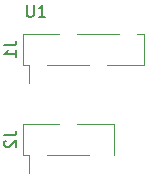
<source format=gbo>
G04 #@! TF.FileFunction,Legend,Bot*
%FSLAX46Y46*%
G04 Gerber Fmt 4.6, Leading zero omitted, Abs format (unit mm)*
G04 Created by KiCad (PCBNEW 4.0.7-e2-6376~58~ubuntu16.04.1) date Sat Jan 13 09:54:45 2018*
%MOMM*%
%LPD*%
G01*
G04 APERTURE LIST*
%ADD10C,0.100000*%
%ADD11C,0.120000*%
%ADD12C,0.150000*%
G04 APERTURE END LIST*
D10*
D11*
X143577000Y-93535000D02*
X143577000Y-96195000D01*
X153857000Y-93535000D02*
X153857000Y-96195000D01*
X145667000Y-96195000D02*
X149227000Y-96195000D01*
X150747000Y-96195000D02*
X153857000Y-96195000D01*
X143577000Y-93535000D02*
X146687000Y-93535000D01*
X144147000Y-96195000D02*
X144147000Y-97715000D01*
X143577000Y-96195000D02*
X144147000Y-96195000D01*
X153287000Y-93535000D02*
X153857000Y-93535000D01*
X148207000Y-93535000D02*
X151767000Y-93535000D01*
X143577000Y-101163000D02*
X143577000Y-103823000D01*
X151317000Y-101163000D02*
X151317000Y-103823000D01*
X145667000Y-103823000D02*
X149227000Y-103823000D01*
X143577000Y-101163000D02*
X146687000Y-101163000D01*
X144147000Y-103823000D02*
X144147000Y-105343000D01*
X143577000Y-103823000D02*
X144147000Y-103823000D01*
X150747000Y-101163000D02*
X151317000Y-101163000D01*
X148207000Y-101163000D02*
X151317000Y-101163000D01*
D12*
X142029381Y-94531667D02*
X142743667Y-94531667D01*
X142886524Y-94484047D01*
X142981762Y-94388809D01*
X143029381Y-94245952D01*
X143029381Y-94150714D01*
X143029381Y-95531667D02*
X143029381Y-94960238D01*
X143029381Y-95245952D02*
X142029381Y-95245952D01*
X142172238Y-95150714D01*
X142267476Y-95055476D01*
X142315095Y-94960238D01*
X142029381Y-102159667D02*
X142743667Y-102159667D01*
X142886524Y-102112047D01*
X142981762Y-102016809D01*
X143029381Y-101873952D01*
X143029381Y-101778714D01*
X142124619Y-102588238D02*
X142077000Y-102635857D01*
X142029381Y-102731095D01*
X142029381Y-102969191D01*
X142077000Y-103064429D01*
X142124619Y-103112048D01*
X142219857Y-103159667D01*
X142315095Y-103159667D01*
X142457952Y-103112048D01*
X143029381Y-102540619D01*
X143029381Y-103159667D01*
X143929095Y-91121381D02*
X143929095Y-91930905D01*
X143976714Y-92026143D01*
X144024333Y-92073762D01*
X144119571Y-92121381D01*
X144310048Y-92121381D01*
X144405286Y-92073762D01*
X144452905Y-92026143D01*
X144500524Y-91930905D01*
X144500524Y-91121381D01*
X145500524Y-92121381D02*
X144929095Y-92121381D01*
X145214809Y-92121381D02*
X145214809Y-91121381D01*
X145119571Y-91264238D01*
X145024333Y-91359476D01*
X144929095Y-91407095D01*
M02*

</source>
